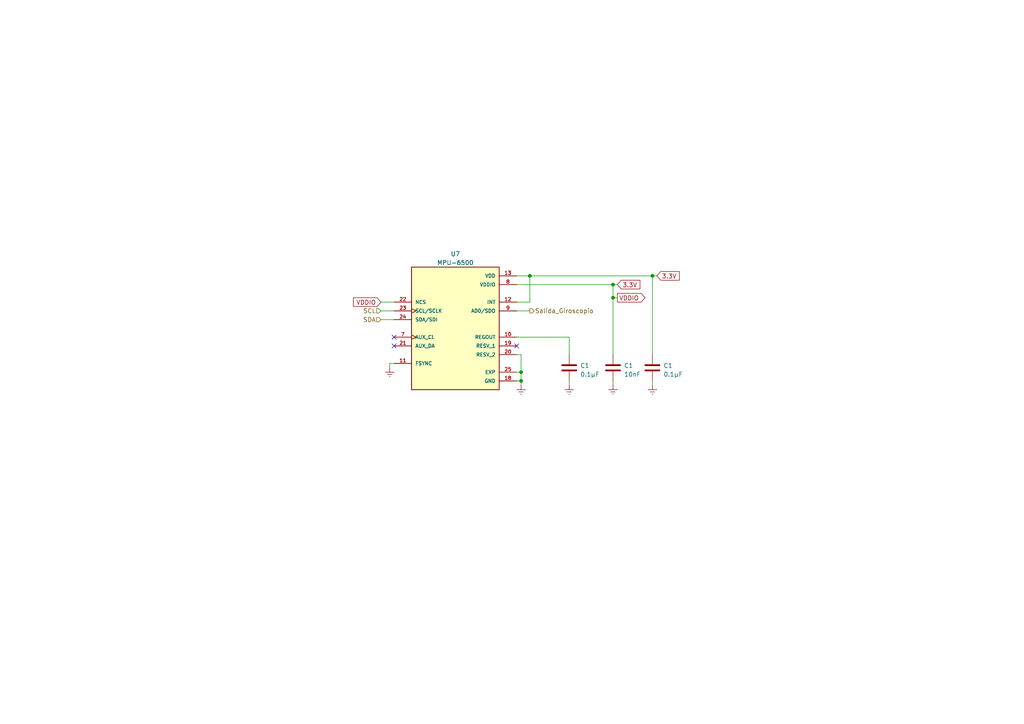
<source format=kicad_sch>
(kicad_sch (version 20230121) (generator eeschema)
  (paper "A4")
  (lib_symbols
    (symbol "Device:C" (pin_numbers hide) (pin_names (offset 0.254))
      (property "Reference" "C" (at 0.635 2.54 0))
      (property "Value" "C" (at 0.635 -2.54 0))
      (symbol "C_0_1"
        (polyline (pts (xy -2.032 -0.762) (xy 2.032 -0.762)) (stroke (width 0.508)))
        (polyline (pts (xy -2.032 0.762) (xy 2.032 0.762)) (stroke (width 0.508)))
      )
      (symbol "C_1_1"
        (pin passive line (at 0 3.81 270) (length 2.794) (name "~") (number "1"))
        (pin passive line (at 0 -3.81 90) (length 2.794) (name "~") (number "2"))
      )
    )
    (symbol "MPU-6500:MPU-6500" (pin_names (offset 1.016))
      (property "Reference" "U" (at -12.7 19.05 0))
      (property "Value" "MPU-6500" (at -12.7 -19.05 0))
      (symbol "MPU-6500_0_0"
        (rectangle (start -12.7 -17.78) (end 12.7 17.78) (stroke (width 0.254)) (fill (type background)))
        (pin output line (at 17.78 -2.54 180) (length 5.08) (name "REGOUT") (number "10"))
        (pin input line (at -17.78 -10.16 0) (length 5.08) (name "FSYNC") (number "11"))
        (pin output line (at 17.78 7.62 180) (length 5.08) (name "INT") (number "12"))
        (pin power_in line (at 17.78 15.24 180) (length 5.08) (name "VDD") (number "13"))
        (pin power_in line (at 17.78 -15.24 180) (length 5.08) (name "GND") (number "18"))
        (pin passive line (at 17.78 -5.08 180) (length 5.08) (name "RESV_1") (number "19"))
        (pin passive line (at 17.78 -7.62 180) (length 5.08) (name "RESV_2") (number "20"))
        (pin bidirectional line (at -17.78 -5.08 0) (length 5.08) (name "AUX_DA") (number "21"))
        (pin input line (at -17.78 7.62 0) (length 5.08) (name "NCS") (number "22"))
        (pin input clock (at -17.78 5.08 0) (length 5.08) (name "SCL/SCLK") (number "23"))
        (pin bidirectional line (at -17.78 2.54 0) (length 5.08) (name "SDA/SDI") (number "24"))
        (pin passive line (at 17.78 -12.7 180) (length 5.08) (name "EXP") (number "25"))
        (pin input clock (at -17.78 -2.54 0) (length 5.08) (name "AUX_CL") (number "7"))
        (pin power_in line (at 17.78 12.7 180) (length 5.08) (name "VDDIO") (number "8"))
        (pin output line (at 17.78 5.08 180) (length 5.08) (name "AD0/SDO") (number "9"))
      )
    )
    (symbol "power:Earth" (power) (pin_names (offset 0))
      (symbol "Earth_0_1"
        (polyline (pts (xy -0.635 -1.905) (xy 0.635 -1.905)))
        (polyline (pts (xy -0.127 -2.54) (xy 0.127 -2.54)))
        (polyline (pts (xy 0 -1.27) (xy 0 0)))
        (polyline (pts (xy 1.27 -1.27) (xy -1.27 -1.27)))
      )
      (symbol "Earth_1_1"
        (pin power_in line (at 0 0 270) (length 0) hide (name "Earth") (number "1"))
      )
    )
  )
  (junction (at 151.13 107.95))
  (junction (at 177.8 82.55))
  (junction (at 151.13 110.49))
  (junction (at 177.8 86.36))
  (junction (at 153.67 80.01))
  (junction (at 189.23 80.01))
  (no_connect (at 114.3 100.33))
  (no_connect (at 114.3 97.79))
  (no_connect (at 149.86 100.33))
  (wire (pts (xy 149.86 107.95) (xy 151.13 107.95)))
  (wire (pts (xy 110.49 92.71) (xy 114.3 92.71)))
  (wire (pts (xy 151.13 102.87) (xy 151.13 107.95)))
  (wire (pts (xy 151.13 107.95) (xy 151.13 110.49)))
  (wire (pts (xy 177.8 111.76) (xy 177.8 110.49)))
  (wire (pts (xy 149.86 90.17) (xy 153.67 90.17)))
  (wire (pts (xy 153.67 80.01) (xy 153.67 87.63)))
  (wire (pts (xy 149.86 82.55) (xy 177.8 82.55)))
  (wire (pts (xy 149.86 87.63) (xy 153.67 87.63)))
  (wire (pts (xy 165.1 97.79) (xy 149.86 97.79)))
  (wire (pts (xy 177.8 86.36) (xy 179.07 86.36)))
  (wire (pts (xy 189.23 110.49) (xy 189.23 111.76)))
  (wire (pts (xy 151.13 110.49) (xy 149.86 110.49)))
  (wire (pts (xy 177.8 82.55) (xy 177.8 86.36)))
  (wire (pts (xy 110.49 87.63) (xy 114.3 87.63)))
  (wire (pts (xy 177.8 86.36) (xy 177.8 102.87)))
  (wire (pts (xy 165.1 110.49) (xy 165.1 111.76)))
  (wire (pts (xy 165.1 102.87) (xy 165.1 97.79)))
  (wire (pts (xy 177.8 82.55) (xy 179.07 82.55)))
  (wire (pts (xy 189.23 80.01) (xy 153.67 80.01)))
  (wire (pts (xy 151.13 111.76) (xy 151.13 110.49)))
  (wire (pts (xy 189.23 80.01) (xy 190.5 80.01)))
  (wire (pts (xy 110.49 90.17) (xy 114.3 90.17)))
  (wire (pts (xy 114.3 105.41) (xy 113.03 105.41)))
  (wire (pts (xy 149.86 102.87) (xy 151.13 102.87)))
  (wire (pts (xy 153.67 80.01) (xy 149.86 80.01)))
  (wire (pts (xy 189.23 102.87) (xy 189.23 80.01)))
  (wire (pts (xy 113.03 105.41) (xy 113.03 106.68)))
  (global_label "3.3V" (shape input) (at 179.07 82.55 0) (property "Intersheetrefs" "${INTERSHEET_REFS}" (effects hide)))
  (global_label "3.3V" (shape input) (at 190.5 80.01 0) (property "Intersheetrefs" "${INTERSHEET_REFS}" (effects hide)))
  (global_label "VDDIO" (shape input) (at 110.49 87.63 180) (property "Intersheetrefs" "${INTERSHEET_REFS}" (effects hide)))
  (global_label "VDDIO" (shape output) (at 179.07 86.36 0) (property "Intersheetrefs" "${INTERSHEET_REFS}" (effects hide)))
  (hierarchical_label "SDA" (shape input) (at 110.49 92.71 180))
  (hierarchical_label "Salida_Giroscopio" (shape output) (at 153.67 90.17 0))
  (hierarchical_label "SCL" (shape input) (at 110.49 90.17 180))
  (symbol (lib_id "power:Earth") (at 177.8 111.76 0) (unit 1)
    (property "Reference" "#PWR03" (effects hide))
    (property "Value" "Earth" (effects hide))
    (instances (project "KISS_V2" (path "" (reference "#PWR03") (unit 1)) (path "" (reference "#PWR013") (unit 1)) (path "" (reference "#PWR016") (unit 1))))
  )
  (symbol (lib_id "power:Earth") (at 189.23 111.76 0) (unit 1)
    (property "Reference" "#PWR03" (effects hide))
    (property "Value" "Earth" (effects hide))
    (instances (project "KISS_V2" (path "" (reference "#PWR03") (unit 1)) (path "" (reference "#PWR013") (unit 1)) (path "" (reference "#PWR017") (unit 1))))
  )
  (symbol (lib_id "power:Earth") (at 151.13 111.76 0) (unit 1)
    (property "Reference" "#PWR03" (effects hide))
    (property "Value" "Earth" (effects hide))
    (instances (project "KISS_V2" (path "" (reference "#PWR03") (unit 1)) (path "" (reference "#PWR013") (unit 1)) (path "" (reference "#PWR013") (unit 1))))
  )
  (symbol (lib_id "Device:C") (at 189.23 106.68 0) (unit 1)
    (property "Reference" "C1" (at 192.405 106.045 0) (effects (justify left)))
    (property "Value" "0.1μF" (at 192.405 108.585 0) (effects (justify left)))
    (property "Footprint" "Capacitor_SMD:C_0603_1608Metric_Pad1.08x0.95mm_HandSolder" (effects hide))
    (instances (project "KISS_V2" (path "" (reference "C1") (unit 1)) (path "" (reference "C14") (unit 1))))
  )
  (symbol (lib_id "MPU-6500:MPU-6500") (at 132.08 95.25 0) (unit 1)
    (property "Reference" "U7" (at 132.08 73.66 0))
    (property "Value" "MPU-6500" (at 132.08 76.2 0))
    (property "Footprint" "MPU-6500:QFN40P300X300X95-25N" (effects hide))
    (property "B_MIN" "0.15" (effects hide))
    (property "D_NOM" "3.0" (effects hide))
    (property "MAXIMUM_PACKAGE_HEIGHT" "0.95 mm" (effects hide))
    (property "D2_NOM" "1.7" (effects hide))
    (property "E2_NOM" "1.54" (effects hide))
    (property "E_NOM" "3.0" (effects hide))
    (property "D_MIN" "2.9" (effects hide))
    (property "PARTREV" "1.3" (effects hide))
    (property "L_NOM" "0.3" (effects hide))
    (property "L_MAX" "0.25" (effects hide))
    (property "PIN_COUNT_D" "6.0" (effects hide))
    (property "PIN_COUNT_E" "6.0" (effects hide))
    (property "D_MAX" "3.1" (effects hide))
    (property "ENOM" "0.4" (effects hide))
    (property "L_MIN" "0.15" (effects hide))
    (property "MANUFACTURER" "TDK InvenSense" (effects hide))
    (property "STANDARD" "IPC 7351B" (effects hide))
    (property "B_MAX" "0.25" (effects hide))
    (property "E_MIN" "2.9" (effects hide))
    (property "E_MAX" "3.1" (effects hide))
    (property "B_NOM" "0.2" (effects hide))
  )
  (symbol (lib_id "Device:C") (at 165.1 106.68 0) (unit 1)
    (property "Reference" "C1" (at 168.275 106.045 0) (effects (justify left)))
    (property "Value" "0.1μF" (at 168.275 108.585 0) (effects (justify left)))
    (property "Footprint" "Capacitor_SMD:C_0603_1608Metric_Pad1.08x0.95mm_HandSolder" (effects hide))
    (instances (project "KISS_V2" (path "" (reference "C1") (unit 1)) (path "" (reference "C12") (unit 1))))
  )
  (symbol (lib_id "power:Earth") (at 165.1 111.76 0) (unit 1)
    (property "Reference" "#PWR03" (effects hide))
    (property "Value" "Earth" (effects hide))
    (instances (project "KISS_V2" (path "" (reference "#PWR03") (unit 1)) (path "" (reference "#PWR013") (unit 1)) (path "" (reference "#PWR015") (unit 1))))
  )
  (symbol (lib_id "Device:C") (at 177.8 106.68 0) (unit 1)
    (property "Reference" "C1" (at 180.975 106.045 0) (effects (justify left)))
    (property "Value" "10nF" (at 180.975 108.585 0) (effects (justify left)))
    (property "Footprint" "Capacitor_SMD:C_0603_1608Metric_Pad1.08x0.95mm_HandSolder" (effects hide))
    (instances (project "KISS_V2" (path "" (reference "C1") (unit 1)) (path "" (reference "C13") (unit 1))))
  )
  (symbol (lib_id "power:Earth") (at 113.03 106.68 0) (unit 1)
    (property "Reference" "#PWR03" (effects hide))
    (property "Value" "Earth" (effects hide))
    (instances (project "KISS_V2" (path "" (reference "#PWR03") (unit 1)) (path "" (reference "#PWR013") (unit 1)) (path "" (reference "#PWR012") (unit 1))))
  )
)
</source>
